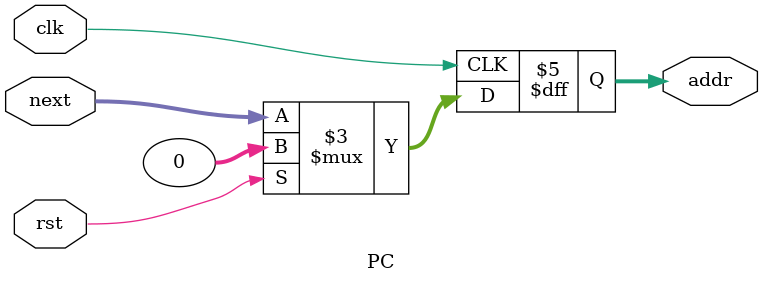
<source format=v>
`timescale 1ns / 1ps
module PC (
    input rst,
    input clk,
    input[31:0] next,       //ÏÂlÖ¸ÁîµÄµØÖ·
    output reg[31:0] addr   //®Ç°Ö¸ÁîµÄµØÖ·
);
    always @(posedge clk)
        if(rst)
            addr<=32'h0;
        else
            addr<=next;
endmodule
</source>
